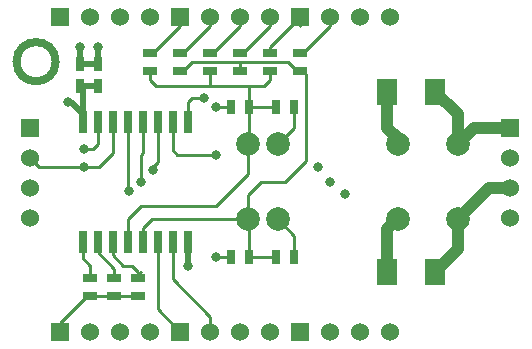
<source format=gtl>
G04 #@! TF.FileFunction,Copper,L1,Top,Signal*
%FSLAX46Y46*%
G04 Gerber Fmt 4.6, Leading zero omitted, Abs format (unit mm)*
G04 Created by KiCad (PCBNEW (2015-01-16 BZR 5376)-product) date 25/06/2015 00:13:43*
%MOMM*%
G01*
G04 APERTURE LIST*
%ADD10C,0.150000*%
%ADD11C,0.381000*%
%ADD12R,0.635000X1.905000*%
%ADD13R,0.635000X1.143000*%
%ADD14R,1.143000X0.635000*%
%ADD15R,1.524000X1.524000*%
%ADD16C,1.524000*%
%ADD17R,1.800860X2.199640*%
%ADD18C,1.998980*%
%ADD19R,0.750000X1.200000*%
%ADD20C,0.800100*%
%ADD21C,0.254000*%
%ADD22C,1.000760*%
%ADD23C,0.508000*%
G04 APERTURE END LIST*
D10*
D11*
X88397080Y-49530000D02*
G75*
G03X88397080Y-49530000I-1529080J0D01*
G01*
X88658700Y-49530000D02*
G75*
G03X88658700Y-49530000I-1790700J0D01*
G01*
D12*
X90805000Y-64770000D03*
X92075000Y-64770000D03*
X93345000Y-64770000D03*
X94615000Y-64770000D03*
X95885000Y-64770000D03*
X97155000Y-64770000D03*
X98425000Y-64770000D03*
X99695000Y-64770000D03*
X99695000Y-54610000D03*
X98425000Y-54610000D03*
X97155000Y-54610000D03*
X95885000Y-54610000D03*
X94615000Y-54610000D03*
X93345000Y-54610000D03*
X92075000Y-54610000D03*
X90805000Y-54610000D03*
D13*
X107188000Y-66040000D03*
X108712000Y-66040000D03*
X103378000Y-66040000D03*
X104902000Y-66040000D03*
X107188000Y-53340000D03*
X108712000Y-53340000D03*
X103378000Y-53340000D03*
X104902000Y-53340000D03*
D14*
X91440000Y-69342000D03*
X91440000Y-67818000D03*
X93472000Y-69342000D03*
X93472000Y-67818000D03*
X95504000Y-69342000D03*
X95504000Y-67818000D03*
X96520000Y-48768000D03*
X96520000Y-50292000D03*
X99060000Y-48768000D03*
X99060000Y-50292000D03*
X101600000Y-48768000D03*
X101600000Y-50292000D03*
X104140000Y-48768000D03*
X104140000Y-50292000D03*
X106680000Y-48768000D03*
X106680000Y-50292000D03*
X109220000Y-48768000D03*
X109220000Y-50292000D03*
D15*
X127000000Y-55118000D03*
D16*
X127000000Y-57658000D03*
X127000000Y-60198000D03*
X127000000Y-62738000D03*
D15*
X109220000Y-45720000D03*
D16*
X111760000Y-45720000D03*
X114300000Y-45720000D03*
X116840000Y-45720000D03*
D15*
X99060000Y-45720000D03*
D16*
X101600000Y-45720000D03*
X104140000Y-45720000D03*
X106680000Y-45720000D03*
D15*
X88900000Y-45720000D03*
D16*
X91440000Y-45720000D03*
X93980000Y-45720000D03*
X96520000Y-45720000D03*
D15*
X109220000Y-72390000D03*
D16*
X111760000Y-72390000D03*
X114300000Y-72390000D03*
X116840000Y-72390000D03*
D15*
X99060000Y-72390000D03*
D16*
X101600000Y-72390000D03*
X104140000Y-72390000D03*
X106680000Y-72390000D03*
D15*
X88900000Y-72390000D03*
D16*
X91440000Y-72390000D03*
X93980000Y-72390000D03*
X96520000Y-72390000D03*
D15*
X86360000Y-55118000D03*
D16*
X86360000Y-57658000D03*
X86360000Y-60198000D03*
X86360000Y-62738000D03*
D17*
X116611400Y-67310000D03*
X120624600Y-67310000D03*
X116611400Y-52070000D03*
X120624600Y-52070000D03*
D18*
X104775000Y-56515000D03*
X107315000Y-56515000D03*
X117475000Y-56515000D03*
X122555000Y-56515000D03*
X104775000Y-62865000D03*
X107315000Y-62865000D03*
X117475000Y-62865000D03*
X122555000Y-62865000D03*
D19*
X92075000Y-51623000D03*
X92075000Y-49723000D03*
X90551000Y-51623000D03*
X90551000Y-49723000D03*
D20*
X94742000Y-60452000D03*
X113030000Y-60706000D03*
X90932000Y-58420000D03*
X90932000Y-56896000D03*
X101092000Y-52578000D03*
X102108000Y-57404000D03*
X110744000Y-58420000D03*
X96774000Y-58674000D03*
X111760000Y-59690000D03*
X95758000Y-59690000D03*
X99695000Y-66802000D03*
X92075000Y-48260000D03*
X90551000Y-48260000D03*
X102108000Y-53340000D03*
X102108000Y-66040000D03*
X89535000Y-52959000D03*
D21*
X94615000Y-60325000D02*
X94742000Y-60452000D01*
X94615000Y-54610000D02*
X94615000Y-60325000D01*
X87122000Y-58420000D02*
X86360000Y-57658000D01*
X93345000Y-57277000D02*
X93345000Y-54610000D01*
X92202000Y-58420000D02*
X93345000Y-57277000D01*
X93345000Y-54610000D02*
X93345000Y-56388000D01*
X93345000Y-56388000D02*
X93345000Y-54610000D01*
X90932000Y-58420000D02*
X87122000Y-58420000D01*
X90932000Y-58420000D02*
X92202000Y-58420000D01*
X90932000Y-56896000D02*
X91694000Y-56896000D01*
X92075000Y-56515000D02*
X92075000Y-54610000D01*
X91694000Y-56896000D02*
X92075000Y-56515000D01*
X104902000Y-53340000D02*
X104902000Y-56388000D01*
X102108000Y-61722000D02*
X95758000Y-61722000D01*
X106680000Y-51054000D02*
X106680000Y-50292000D01*
X104775000Y-56515000D02*
X104775000Y-59055000D01*
X106172000Y-51562000D02*
X106680000Y-51054000D01*
X104775000Y-59055000D02*
X102108000Y-61722000D01*
X96520000Y-50292000D02*
X96520000Y-51054000D01*
X101600000Y-50292000D02*
X101600000Y-51562000D01*
X104902000Y-56388000D02*
X104775000Y-56515000D01*
X94615000Y-62865000D02*
X94615000Y-64770000D01*
X95758000Y-61722000D02*
X94615000Y-62865000D01*
X104902000Y-53340000D02*
X104902000Y-51562000D01*
X107188000Y-53340000D02*
X104902000Y-53340000D01*
X97028000Y-51562000D02*
X101600000Y-51562000D01*
X101600000Y-51562000D02*
X104902000Y-51562000D01*
X104902000Y-51562000D02*
X106172000Y-51562000D01*
X96520000Y-51054000D02*
X97028000Y-51562000D01*
X116586000Y-54864000D02*
X116611400Y-54864000D01*
X117475000Y-56515000D02*
X117475000Y-56261000D01*
X116586000Y-55372000D02*
X116586000Y-54864000D01*
X117475000Y-56261000D02*
X116586000Y-55372000D01*
X116611400Y-54864000D02*
X116611400Y-52070000D01*
D22*
X116611400Y-55143400D02*
X116611400Y-52070000D01*
X117475000Y-56007000D02*
X116611400Y-55143400D01*
X117475000Y-56515000D02*
X117475000Y-56007000D01*
D21*
X122555000Y-54000400D02*
X120624600Y-52070000D01*
D22*
X123952000Y-55118000D02*
X122555000Y-56515000D01*
X127000000Y-55118000D02*
X123952000Y-55118000D01*
X122555000Y-54000400D02*
X120624600Y-52070000D01*
X122555000Y-56515000D02*
X122555000Y-54000400D01*
D21*
X109474000Y-50292000D02*
X109220000Y-50292000D01*
X104140000Y-50292000D02*
X104140000Y-49530000D01*
X99314000Y-50292000D02*
X100076000Y-49530000D01*
X104775000Y-62865000D02*
X96647000Y-62865000D01*
X109728000Y-50546000D02*
X109474000Y-50292000D01*
X104902000Y-62992000D02*
X104775000Y-62865000D01*
X104140000Y-49530000D02*
X108204000Y-49530000D01*
X96647000Y-62865000D02*
X95885000Y-63627000D01*
X105918000Y-59690000D02*
X107950000Y-59690000D01*
X104775000Y-62865000D02*
X104775000Y-60833000D01*
X104902000Y-66040000D02*
X107188000Y-66040000D01*
X95885000Y-63627000D02*
X95885000Y-64770000D01*
X100076000Y-49530000D02*
X104140000Y-49530000D01*
X108966000Y-50292000D02*
X109220000Y-50292000D01*
X108204000Y-49530000D02*
X108966000Y-50292000D01*
X104902000Y-66040000D02*
X104902000Y-62992000D01*
X104775000Y-60833000D02*
X105918000Y-59690000D01*
X109728000Y-57912000D02*
X109728000Y-50546000D01*
X107950000Y-59690000D02*
X109728000Y-57912000D01*
X99060000Y-50292000D02*
X99314000Y-50292000D01*
X117475000Y-62865000D02*
X117475000Y-63119000D01*
X117475000Y-63119000D02*
X116611400Y-63982600D01*
X116611400Y-63982600D02*
X116611400Y-67310000D01*
D22*
X116611400Y-63728600D02*
X117475000Y-62865000D01*
X116611400Y-67310000D02*
X116611400Y-63728600D01*
D21*
X127000000Y-60198000D02*
X125222000Y-60198000D01*
X122555000Y-65379600D02*
X120624600Y-67310000D01*
D22*
X125222000Y-60198000D02*
X127000000Y-60198000D01*
X122555000Y-62865000D02*
X125222000Y-60198000D01*
X122555000Y-65379600D02*
X120624600Y-67310000D01*
X122555000Y-62865000D02*
X122555000Y-65379600D01*
D21*
X97155000Y-70485000D02*
X99060000Y-72390000D01*
X96774000Y-48768000D02*
X99060000Y-46482000D01*
X97155000Y-70358000D02*
X97155000Y-70485000D01*
X99060000Y-46482000D02*
X99060000Y-45720000D01*
X97155000Y-64770000D02*
X97155000Y-70485000D01*
X97155000Y-70485000D02*
X99060000Y-72390000D01*
X96520000Y-48768000D02*
X96774000Y-48768000D01*
X98425000Y-71755000D02*
X99060000Y-72390000D01*
X101600000Y-46482000D02*
X101600000Y-45720000D01*
X99060000Y-48768000D02*
X99314000Y-48768000D01*
X99314000Y-48768000D02*
X101600000Y-46482000D01*
X101600000Y-71120000D02*
X101600000Y-72390000D01*
X98425000Y-64770000D02*
X98425000Y-67945000D01*
X98425000Y-67945000D02*
X101600000Y-71120000D01*
X99695000Y-54610000D02*
X99695000Y-52959000D01*
X99695000Y-52959000D02*
X100076000Y-52578000D01*
X100076000Y-52578000D02*
X101092000Y-52578000D01*
X101600000Y-48768000D02*
X101854000Y-48768000D01*
X104140000Y-46482000D02*
X104140000Y-45720000D01*
X101854000Y-48768000D02*
X104140000Y-46482000D01*
X106680000Y-46482000D02*
X106680000Y-45720000D01*
X104140000Y-48768000D02*
X104394000Y-48768000D01*
X98806000Y-57404000D02*
X102108000Y-57404000D01*
X104394000Y-48768000D02*
X106680000Y-46482000D01*
X98425000Y-54610000D02*
X98425000Y-57023000D01*
X98425000Y-57023000D02*
X98806000Y-57404000D01*
X106680000Y-48260000D02*
X109220000Y-45720000D01*
X97155000Y-54610000D02*
X97155000Y-58039000D01*
X96774000Y-58420000D02*
X97155000Y-58039000D01*
X96774000Y-58674000D02*
X96774000Y-58420000D01*
X106680000Y-48768000D02*
X106680000Y-48260000D01*
X97155000Y-54610000D02*
X97155000Y-58039000D01*
X109220000Y-46482000D02*
X109220000Y-45720000D01*
X106680000Y-48768000D02*
X106934000Y-48768000D01*
X95758000Y-57404000D02*
X95885000Y-57277000D01*
X111760000Y-46482000D02*
X111760000Y-45720000D01*
X95885000Y-54610000D02*
X95885000Y-57277000D01*
X109220000Y-48768000D02*
X109474000Y-48768000D01*
X109474000Y-48768000D02*
X111760000Y-46482000D01*
X95758000Y-58420000D02*
X95758000Y-57404000D01*
X95758000Y-59690000D02*
X95758000Y-58420000D01*
X108712000Y-64262000D02*
X107315000Y-62865000D01*
X99695000Y-64770000D02*
X99695000Y-66802000D01*
X108712000Y-55118000D02*
X107315000Y-56515000D01*
D23*
X99695000Y-64770000D02*
X99695000Y-66802000D01*
X90551000Y-49723000D02*
X92075000Y-49723000D01*
X92075000Y-49723000D02*
X92075000Y-48260000D01*
X90551000Y-49723000D02*
X90551000Y-48260000D01*
D21*
X108712000Y-66040000D02*
X108712000Y-64262000D01*
X108712000Y-53340000D02*
X108712000Y-55118000D01*
X103378000Y-53340000D02*
X102108000Y-53340000D01*
X93472000Y-69342000D02*
X91440000Y-69342000D01*
X103378000Y-66040000D02*
X102108000Y-66040000D01*
X95504000Y-69342000D02*
X93472000Y-69342000D01*
X103378000Y-66040000D02*
X102108000Y-66040000D01*
X91186000Y-69342000D02*
X88900000Y-71628000D01*
X88900000Y-71628000D02*
X88900000Y-72390000D01*
X91440000Y-69342000D02*
X91186000Y-69342000D01*
X90805000Y-53975000D02*
X90805000Y-54610000D01*
D23*
X89789000Y-52959000D02*
X90805000Y-53975000D01*
D21*
X89662000Y-53086000D02*
X89535000Y-52959000D01*
X89535000Y-52959000D02*
X89789000Y-52959000D01*
X90805000Y-51877000D02*
X90551000Y-51623000D01*
D23*
X90805000Y-54610000D02*
X90805000Y-51877000D01*
X90551000Y-51623000D02*
X92075000Y-51623000D01*
D21*
X94234000Y-66802000D02*
X94996000Y-66802000D01*
X94996000Y-66802000D02*
X95504000Y-67310000D01*
X95504000Y-67310000D02*
X95504000Y-67818000D01*
X95504000Y-67818000D02*
X95250000Y-67818000D01*
X93345000Y-65913000D02*
X94234000Y-66802000D01*
X95504000Y-67818000D02*
X95504000Y-67564000D01*
X95504000Y-67564000D02*
X95758000Y-67310000D01*
X93345000Y-64770000D02*
X93345000Y-65913000D01*
X93472000Y-67818000D02*
X93472000Y-67056000D01*
X92075000Y-65659000D02*
X92075000Y-64770000D01*
X93472000Y-67056000D02*
X92075000Y-65659000D01*
X91440000Y-67818000D02*
X91440000Y-66802000D01*
X90805000Y-66167000D02*
X90805000Y-64770000D01*
X91440000Y-66802000D02*
X90805000Y-66167000D01*
M02*

</source>
